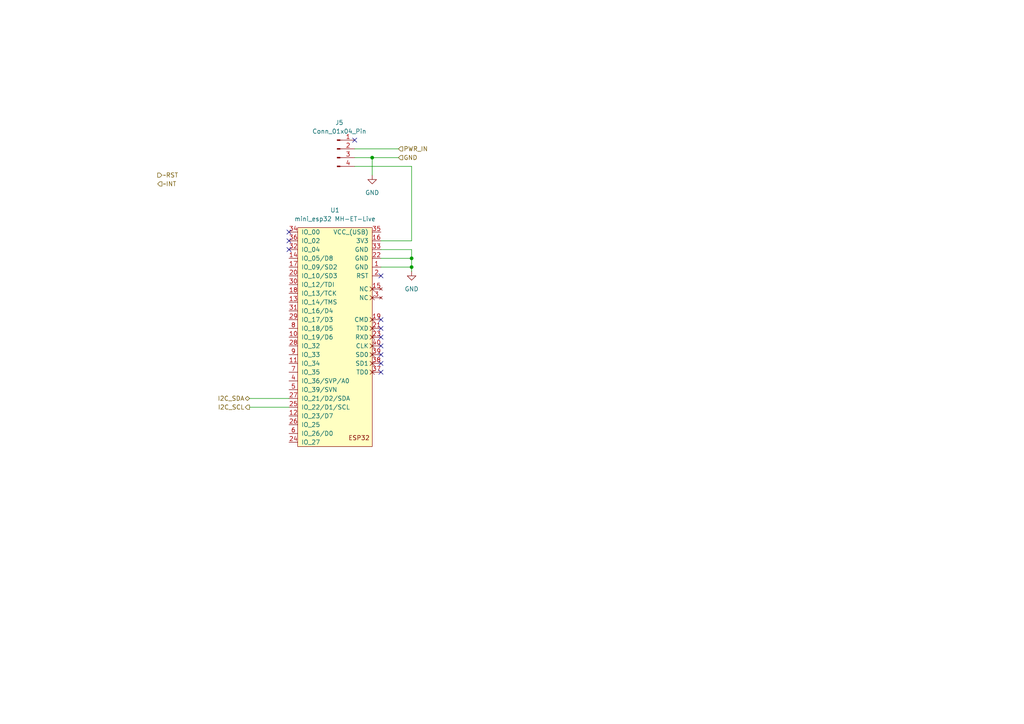
<source format=kicad_sch>
(kicad_sch (version 20231120) (generator "eeschema") (generator_version "8.0")
  (paper "A4")
  (lib_symbols
    (symbol "Connector:Conn_01x04_Pin" (pin_names (offset 1.016) hide)
      (property "Reference" "J5" (at 0.635 7.62 0))
      (property "Value" "Conn_01x04_Pin" (at 0.635 5.08 0))
      (symbol "Conn_01x04_Pin_1_1"
        (polyline (pts (xy 1.27 -5.08) (xy 0.8636 -5.08)) (stroke (width 0.1524)))
        (polyline (pts (xy 1.27 -2.54) (xy 0.8636 -2.54)) (stroke (width 0.1524)))
        (polyline (pts (xy 1.27 0) (xy 0.8636 0)) (stroke (width 0.1524)))
        (polyline (pts (xy 1.27 2.54) (xy 0.8636 2.54)) (stroke (width 0.1524)))
        (rectangle (start 0.8636 -4.953) (end 0 -5.207) (stroke (width 0.1524)) (fill (type outline)))
        (rectangle (start 0.8636 -2.413) (end 0 -2.667) (stroke (width 0.1524)) (fill (type outline)))
        (rectangle (start 0.8636 0.127) (end 0 -0.127) (stroke (width 0.1524)) (fill (type outline)))
        (rectangle (start 0.8636 2.667) (end 0 2.413) (stroke (width 0.1524)) (fill (type outline)))
        (pin input line (at 5.08 2.54 180) (length 3.81) (name "EN") (number "1"))
        (pin power_in line (at 5.08 0 180) (length 3.81) (name "IN") (number "2"))
        (pin power_in line (at 5.08 -2.54 180) (length 3.81) (name "GND") (number "3"))
        (pin power_out line (at 5.08 -5.08 180) (length 3.81) (name "OUT") (number "4"))
      )
    )
    (symbol "My Modules_MCU:mini_esp32" (pin_names (offset 1.016))
      (property "Reference" "U" (at -7.62 -50.8 0))
      (property "Value" "mini_esp32 MH-ET-Live" (at 5.08 -59.69 0))
      (symbol "mini_esp32_0_0"
        (text "ESP32" (at 7.62 -62.23 0) (effects (font (size 1.27 1.27))))
        (pin power_in line (at 13.97 -12.7 180) (length 2.54) (name "GND") (number "1"))
        (pin input line (at 13.97 -15.24 180) (length 2.54) (name "RST") (number "2"))
        (pin no_connect non_logic (at 13.97 -21.59 180) (length 2.54) (name "NC") (number "3"))
        (pin bidirectional line (at -12.7 -45.72 0) (length 2.54) (name "IO_36/SVP/A0") (number "4"))
        (pin bidirectional line (at -12.7 -48.26 0) (length 2.54) (name "IO_39/SVN") (number "5"))
      )
      (symbol "mini_esp32_0_1"
        (rectangle (start -10.16 -1.27) (end 11.43 -64.77) (fill (type background)))
      )
      (symbol "mini_esp32_1_1"
        (pin bidirectional line (at -12.7 -33.02 0) (length 2.54) (name "IO_19/D6") (number "10"))
        (pin bidirectional line (at -12.7 -40.64 0) (length 2.54) (name "IO_34") (number "11"))
        (pin bidirectional line (at -12.7 -55.88 0) (length 2.54) (name "IO_23/D7") (number "12"))
        (pin bidirectional line (at -12.7 -22.86 0) (length 2.54) (name "IO_14/TMS") (number "13"))
        (pin bidirectional line (at -12.7 -10.16 0) (length 2.54) (name "IO_05/D8") (number "14"))
        (pin no_connect non_logic (at 13.97 -19.05 180) (length 2.54) (name "NC") (number "15"))
        (pin power_in line (at 13.97 -5.08 180) (length 2.54) (name "3V3") (number "16"))
        (pin bidirectional line (at -12.7 -12.7 0) (length 2.54) (name "IO_09/SD2") (number "17"))
        (pin bidirectional line (at -12.7 -20.32 0) (length 2.54) (name "IO_13/TCK") (number "18"))
        (pin passive non_logic (at 13.97 -27.94 180) (length 2.54) (name "CMD") (number "19"))
        (pin bidirectional line (at -12.7 -15.24 0) (length 2.54) (name "IO_10/SD3") (number "20"))
        (pin passive non_logic (at 13.97 -30.48 180) (length 2.54) (name "TXD") (number "21"))
        (pin power_in line (at 13.97 -10.16 180) (length 2.54) (name "GND") (number "22"))
        (pin passive non_logic (at 13.97 -33.02 180) (length 2.54) (name "RXD") (number "23"))
        (pin bidirectional line (at -12.7 -63.5 0) (length 2.54) (name "IO_27") (number "24"))
        (pin bidirectional line (at -12.7 -53.34 0) (length 2.54) (name "IO_22/D1/SCL") (number "25"))
        (pin bidirectional line (at -12.7 -58.42 0) (length 2.54) (name "IO_25") (number "26"))
        (pin bidirectional line (at -12.7 -50.8 0) (length 2.54) (name "IO_21/D2/SDA") (number "27"))
        (pin bidirectional line (at -12.7 -35.56 0) (length 2.54) (name "IO_32") (number "28"))
        (pin bidirectional line (at -12.7 -27.94 0) (length 2.54) (name "IO_17/D3") (number "29"))
        (pin bidirectional line (at -12.7 -17.78 0) (length 2.54) (name "IO_12/TDI") (number "30"))
        (pin bidirectional line (at -12.7 -25.4 0) (length 2.54) (name "IO_16/D4") (number "31"))
        (pin bidirectional line (at -12.7 -7.62 0) (length 2.54) (name "IO_04") (number "32"))
        (pin power_in line (at 13.97 -7.62 180) (length 2.54) (name "GND") (number "33"))
        (pin bidirectional line (at -12.7 -2.54 0) (length 2.54) (name "IO_00") (number "34"))
        (pin power_in line (at 13.97 -2.54 180) (length 2.54) (name "VCC_(USB)") (number "35"))
        (pin bidirectional line (at -12.7 -5.08 0) (length 2.54) (name "IO_02") (number "36"))
        (pin passive non_logic (at 13.97 -43.18 180) (length 2.54) (name "TD0") (number "37"))
        (pin passive non_logic (at 13.97 -40.64 180) (length 2.54) (name "SD1") (number "38"))
        (pin passive non_logic (at 13.97 -38.1 180) (length 2.54) (name "SD0") (number "39"))
        (pin passive non_logic (at 13.97 -35.56 180) (length 2.54) (name "CLK") (number "40"))
        (pin bidirectional line (at -12.7 -60.96 0) (length 2.54) (name "IO_26/D0") (number "6"))
        (pin bidirectional line (at -12.7 -43.18 0) (length 2.54) (name "IO_35") (number "7"))
        (pin bidirectional line (at -12.7 -30.48 0) (length 2.54) (name "IO_18/D5") (number "8"))
        (pin bidirectional line (at -12.7 -38.1 0) (length 2.54) (name "IO_33") (number "9"))
      )
    )
    (symbol "power:GND" (power) (pin_numbers hide) (pin_names (offset 0) hide)
      (property "Value" "GND" (at 0 -3.81 0))
      (symbol "GND_0_1"
        (polyline (pts (xy 0 0) (xy 0 -1.27) (xy 1.27 -1.27) (xy 0 -2.54) (xy -1.27 -1.27) (xy 0 -1.27)))
      )
      (symbol "GND_1_1"
        (pin power_in line (at 0 0 270) (length 0) (name "~") (number "1"))
      )
    )
  )
  (junction (at 119.38 77.47))
  (junction (at 119.38 74.93))
  (junction (at 107.95 45.72))
  (no_connect (at 110.49 92.71))
  (no_connect (at 102.87 40.64))
  (no_connect (at 110.49 97.79))
  (no_connect (at 83.82 69.85))
  (no_connect (at 83.82 67.31))
  (no_connect (at 110.49 100.33))
  (no_connect (at 110.49 95.25))
  (no_connect (at 110.49 80.01))
  (no_connect (at 83.82 72.39))
  (no_connect (at 110.49 102.87))
  (no_connect (at 110.49 105.41))
  (no_connect (at 110.49 107.95))
  (wire (pts (xy 102.87 45.72) (xy 107.95 45.72)))
  (wire (pts (xy 110.49 77.47) (xy 119.38 77.47)))
  (wire (pts (xy 72.39 115.57) (xy 83.82 115.57)))
  (wire (pts (xy 119.38 74.93) (xy 119.38 77.47)))
  (wire (pts (xy 102.87 43.18) (xy 115.57 43.18)))
  (wire (pts (xy 119.38 69.85) (xy 119.38 48.26)))
  (wire (pts (xy 119.38 48.26) (xy 102.87 48.26)))
  (wire (pts (xy 107.95 45.72) (xy 107.95 50.8)))
  (wire (pts (xy 107.95 45.72) (xy 115.57 45.72)))
  (wire (pts (xy 119.38 77.47) (xy 119.38 78.74)))
  (wire (pts (xy 110.49 72.39) (xy 119.38 72.39)))
  (wire (pts (xy 110.49 74.93) (xy 119.38 74.93)))
  (wire (pts (xy 110.49 69.85) (xy 119.38 69.85)))
  (wire (pts (xy 72.39 118.11) (xy 83.82 118.11)))
  (wire (pts (xy 119.38 72.39) (xy 119.38 74.93)))
  (hierarchical_label "~INT" (shape input) (at 45.72 53.34 0))
  (hierarchical_label "I2C_SCL" (shape output) (at 72.39 118.11 180))
  (hierarchical_label "GND" (shape input) (at 115.57 45.72 0))
  (hierarchical_label "I2C_SDA" (shape bidirectional) (at 72.39 115.57 180))
  (hierarchical_label "PWR_IN" (shape input) (at 115.57 43.18 0))
  (hierarchical_label "~RST" (shape output) (at 45.72 50.8 0))
  (symbol (lib_id "Connector:Conn_01x04_Pin") (at 97.79 43.18 0) (unit 1)
    (property "Reference" "J5" (at 98.425 35.56 0))
    (property "Value" "Conn_01x04_Pin" (at 98.425 38.1 0))
    (property "Description" "Generic connector, single row, 01x04, script generated" (effects (hide yes)))
  )
  (symbol (lib_id "power:GND") (at 107.95 50.8 0) (unit 1)
    (property "Reference" "#PWR05" (effects (hide yes)))
    (property "Value" "GND" (at 107.95 55.88 0))
    (property "Description" "Power symbol creates a global label with name \"GND\" , ground" (effects (hide yes)))
  )
  (symbol (lib_id "My Modules_MCU:mini_esp32") (at 96.52 64.77 0) (unit 1)
    (property "Reference" "U1" (at 97.155 60.96 0))
    (property "Value" "mini_esp32 MH-ET-Live" (at 97.155 63.5 0))
    (property "Footprint" "Modules_MCU:ESP32_mini MH-ET-LIVE" (effects (hide yes)))
  )
  (symbol (lib_id "power:GND") (at 119.38 78.74 0) (unit 1)
    (property "Reference" "#PWR023" (effects (hide yes)))
    (property "Value" "GND" (at 119.38 83.82 0))
    (property "Description" "Power symbol creates a global label with name \"GND\" , ground" (effects (hide yes)))
  )
)
</source>
